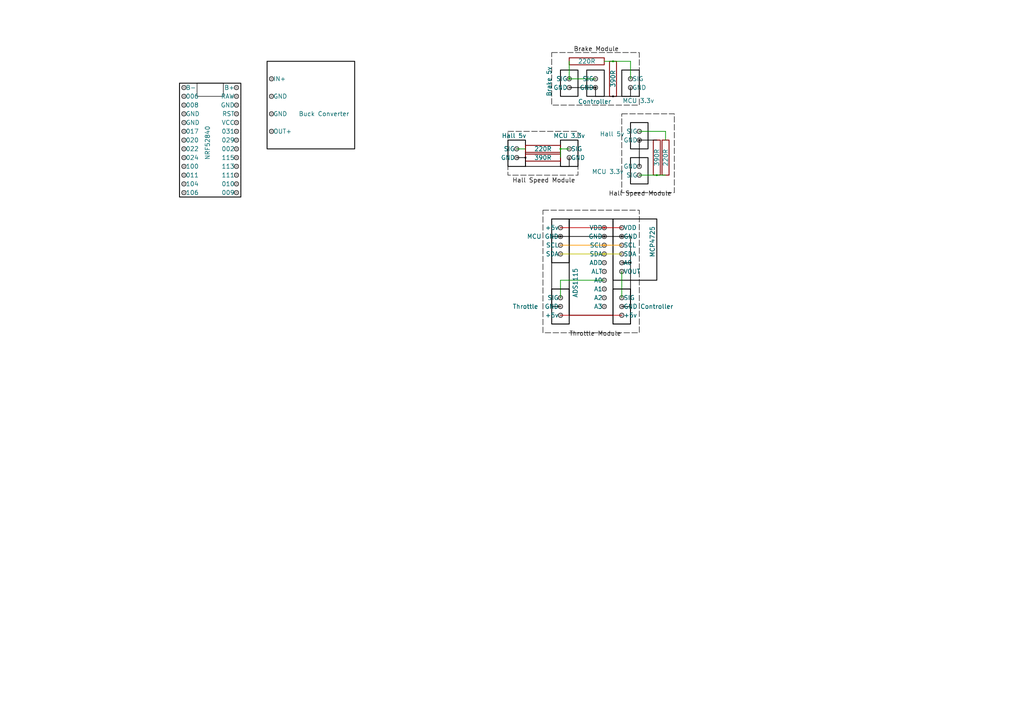
<source format=kicad_sch>
(kicad_sch (version 20231120) (generator "eeschema") (generator_version "8.0")
  (paper "A4")
  (title_block (title "modules"))
  (lib_symbols
    (symbol "Device:R" (pin_numbers hide) (pin_names (offset 0))
      (property "Reference" "R1" (at 2.54 1.2701 0))
      (property "Value" "R" (at 2.54 -1.2699 0))
      (symbol "R_0_1"
        (rectangle (start -1.016 5.08) (end 1.016 -5.08) (stroke (width 0.254)))
      )
      (symbol "R_1_1"
        (pin passive line (at 0 5.08 270) (length 0) (name "~") (number "1"))
        (pin passive line (at 0 -5.08 90) (length 0) (name "~") (number "2"))
      )
    )
    (symbol "MCP4725xxx-xCH_1" (pin_numbers hide)
      (property "Value" "ADS1115" (at -5.842 -5.842 90))
      (symbol "MCP4725xxx-xCH_1_0_1"
        (circle (center 2.54 -12.7) (radius 0.635) (stroke (width 0) (color 0 0 0 0.2)) (fill (type outline)))
        (circle (center 2.54 -10.16) (radius 0.635) (stroke (width 0) (color 0 0 0 0.2)) (fill (type outline)))
        (circle (center 2.54 -7.62) (radius 0.635) (stroke (width 0) (color 0 0 0 0.2)) (fill (type outline)))
        (circle (center 2.54 -5.08) (radius 0.635) (stroke (width 0) (color 0 0 0 0.2)) (fill (type outline)))
        (circle (center 2.54 -2.54) (radius 0.635) (stroke (width 0) (color 0 0 0 0.2)) (fill (type outline)))
        (circle (center 2.54 0) (radius 0.635) (stroke (width 0) (color 0 0 0 0.2)) (fill (type outline)))
        (circle (center 2.54 2.54) (radius 0.635) (stroke (width 0) (color 0 0 0 0.2)) (fill (type outline)))
        (circle (center 2.54 5.08) (radius 0.635) (stroke (width 0) (color 0 0 0 0.2)) (fill (type outline)))
        (circle (center 2.54 7.62) (radius 0.635) (stroke (width 0) (color 0 0 0 0.2)) (fill (type outline)))
        (circle (center 2.54 10.16) (radius 0.635) (stroke (width 0) (color 0 0 0 0.2)) (fill (type outline)))
      )
      (symbol "MCP4725xxx-xCH_1_1_1"
        (rectangle (start -7.62 12.7) (end 5.08 -15.24) (stroke (width 0.254) (color 0 0 0 0.2)))
        (pin input line (at 2.54 -5.08 180) (length 0) (name "A0") (number ""))
        (pin input line (at 2.54 -7.62 180) (length 0) (name "A1") (number ""))
        (pin input line (at 2.54 -10.16 180) (length 0) (name "A2") (number ""))
        (pin input line (at 2.54 -12.7 180) (length 0) (name "A3") (number ""))
        (pin input line (at 2.54 0 180) (length 0) (name "ADD") (number ""))
        (pin input line (at 2.54 -2.54 180) (length 0) (name "ALT") (number ""))
        (pin power_in line (at 2.54 7.62 180) (length 0) (name "GND") (number ""))
        (pin input line (at 2.54 5.08 180) (length 0) (name "SCL") (number ""))
        (pin bidirectional line (at 2.54 2.54 180) (length 0) (name "SDA") (number ""))
        (pin power_in line (at 2.54 10.16 180) (length 0) (name "VDD") (number ""))
      )
    )
    (symbol "MCP4725xxx-xCH_2" (pin_numbers hide)
      (property "Value" "MCP4725" (at 3.81 6.096 90))
      (symbol "MCP4725xxx-xCH_2_0_1"
        (circle (center -5.08 -2.54) (radius 0.635) (stroke (width 0) (color 0 0 0 0.2)) (fill (type outline)))
        (circle (center -5.08 0) (radius 0.635) (stroke (width 0) (color 0 0 0 0.2)) (fill (type outline)))
        (circle (center -5.08 2.54) (radius 0.635) (stroke (width 0) (color 0 0 0 0.2)) (fill (type outline)))
        (circle (center -5.08 5.08) (radius 0.635) (stroke (width 0) (color 0 0 0 0.2)) (fill (type outline)))
        (circle (center -5.08 7.62) (radius 0.635) (stroke (width 0) (color 0 0 0 0.2)) (fill (type outline)))
        (circle (center -5.08 10.16) (radius 0.635) (stroke (width 0) (color 0 0 0 0.2)) (fill (type outline)))
      )
      (symbol "MCP4725xxx-xCH_2_1_1"
        (rectangle (start -7.62 12.7) (end 5.08 -5.08) (stroke (width 0.254) (color 0 0 0 0.2)))
        (pin input line (at -5.08 0 0) (length 0) (name "A0") (number ""))
        (pin power_in line (at -5.08 7.62 0) (length 0) (name "GND") (number ""))
        (pin input line (at -5.08 5.08 0) (length 0) (name "SCL") (number ""))
        (pin bidirectional line (at -5.08 2.54 0) (length 0) (name "SDA") (number ""))
        (pin power_in line (at -5.08 10.16 0) (length 0) (name "VDD") (number ""))
        (pin output line (at -5.08 -2.54 0) (length 0) (name "VOUT") (number ""))
      )
    )
    (symbol "MCP4725xxx-xCH_3" (pin_numbers hide)
      (property "Value" "MCU" (at -7.62 7.62 0))
      (symbol "MCP4725xxx-xCH_3_0_1"
        (circle (center 0 2.54) (radius 0.635) (stroke (width 0) (color 0 0 0 0.2)) (fill (type outline)))
        (circle (center 0 5.08) (radius 0.635) (stroke (width 0) (color 0 0 0 0.2)) (fill (type outline)))
        (circle (center 0 7.62) (radius 0.635) (stroke (width 0) (color 0 0 0 0.2)) (fill (type outline)))
        (circle (center 0 10.16) (radius 0.635) (stroke (width 0) (color 0 0 0 0.2)) (fill (type outline)))
      )
      (symbol "MCP4725xxx-xCH_3_1_1"
        (rectangle (start -2.54 0) (end 2.54 12.7) (stroke (width 0.254) (color 0 0 0 0.2)))
        (pin power_in line (at 0 10.16 180) (length 0) (name "+5v") (number ""))
        (pin power_in line (at 0 7.62 180) (length 0) (name "GND") (number ""))
        (pin input line (at 0 5.08 180) (length 0) (name "SCL") (number ""))
        (pin bidirectional line (at 0 2.54 180) (length 0) (name "SDA") (number ""))
      )
    )
    (symbol "MCP4725xxx-xCH_4" (pin_numbers hide)
      (property "Value" "Controller" (at -10.16 5.08 0))
      (symbol "MCP4725xxx-xCH_4_0_1"
        (circle (center 0 2.54) (radius 0.635) (stroke (width 0) (color 0 0 0 0.2)) (fill (type outline)))
        (circle (center 0 5.08) (radius 0.635) (stroke (width 0) (color 0 0 0 0.2)) (fill (type outline)))
        (circle (center 0 7.62) (radius 0.635) (stroke (width 0) (color 0 0 0 0.2)) (fill (type outline)))
      )
      (symbol "MCP4725xxx-xCH_4_1_1"
        (rectangle (start -2.54 10.16) (end 2.54 0) (stroke (width 0.254) (color 0 0 0 0.2)))
        (pin power_in line (at 0 2.54 180) (length 0) (name "+5v") (number ""))
        (pin power_in line (at 0 5.08 180) (length 0) (name "GND") (number ""))
        (pin input line (at 0 7.62 180) (length 0) (name "SIG") (number ""))
      )
    )
    (symbol "MCP4725xxx-xCH_5" (pin_numbers hide)
      (property "Value" "Throttle" (at -10.16 5.08 0))
      (symbol "MCP4725xxx-xCH_5_0_1"
        (circle (center 0 2.54) (radius 0.635) (stroke (width 0) (color 0 0 0 0.2)) (fill (type outline)))
        (circle (center 0 5.08) (radius 0.635) (stroke (width 0) (color 0 0 0 0.2)) (fill (type outline)))
        (circle (center 0 7.62) (radius 0.635) (stroke (width 0) (color 0 0 0 0.2)) (fill (type outline)))
      )
      (symbol "MCP4725xxx-xCH_5_1_1"
        (rectangle (start -2.54 10.16) (end 2.54 0) (stroke (width 0.254) (color 0 0 0 0.2)))
        (pin power_in line (at 0 2.54 180) (length 0) (name "+5v") (number ""))
        (pin power_in line (at 0 5.08 180) (length 0) (name "GND") (number ""))
        (pin input line (at 0 7.62 180) (length 0) (name "SIG") (number ""))
      )
    )
    (symbol "MCP4725xxx-xCH_6" (pin_numbers hide)
      (property "Value" "Hall" (at -10.16 5.08 0))
      (symbol "MCP4725xxx-xCH_6_0_1"
        (circle (center 0 5.08) (radius 0.635) (stroke (width 0) (color 0 0 0 0.2)) (fill (type outline)))
        (circle (center 0 7.62) (radius 0.635) (stroke (width 0) (color 0 0 0 0.2)) (fill (type outline)))
      )
      (symbol "MCP4725xxx-xCH_6_1_1"
        (rectangle (start -2.54 10.16) (end 2.54 2.54) (stroke (width 0.254) (color 0 0 0 0.2)))
        (pin power_in line (at 0 5.08 180) (length 0) (name "GND") (number ""))
        (pin input line (at 0 7.62 180) (length 0) (name "SIG") (number ""))
      )
    )
    (symbol "MCP4725xxx-xCH_7" (pin_numbers hide)
      (property "Value" "NRF52840" (at -5.842 -5.842 90))
      (symbol "MCP4725xxx-xCH_7_0_1"
        (circle (center -12.7 -20.32) (radius 0.635) (stroke (width 0) (color 0 0 0 0.2)) (fill (type outline)))
        (circle (center -12.7 -17.78) (radius 0.635) (stroke (width 0) (color 0 0 0 0.2)) (fill (type outline)))
        (circle (center -12.7 -15.24) (radius 0.635) (stroke (width 0) (color 0 0 0 0.2)) (fill (type outline)))
        (circle (center -12.7 -12.7) (radius 0.635) (stroke (width 0) (color 0 0 0 0.2)) (fill (type outline)))
        (circle (center -12.7 -10.16) (radius 0.635) (stroke (width 0) (color 0 0 0 0.2)) (fill (type outline)))
        (circle (center -12.7 -7.62) (radius 0.635) (stroke (width 0) (color 0 0 0 0.2)) (fill (type outline)))
        (circle (center -12.7 -5.08) (radius 0.635) (stroke (width 0) (color 0 0 0 0.2)) (fill (type outline)))
        (circle (center -12.7 -2.54) (radius 0.635) (stroke (width 0) (color 0 0 0 0.2)) (fill (type outline)))
        (circle (center -12.7 0) (radius 0.635) (stroke (width 0) (color 0 0 0 0.2)) (fill (type outline)))
        (circle (center -12.7 2.54) (radius 0.635) (stroke (width 0) (color 0 0 0 0.2)) (fill (type outline)))
        (circle (center -12.7 5.08) (radius 0.635) (stroke (width 0) (color 0 0 0 0.2)) (fill (type outline)))
        (circle (center -12.7 7.62) (radius 0.635) (stroke (width 0) (color 0 0 0 0.2)) (fill (type outline)))
        (circle (center -12.7 10.16) (radius 0.635) (stroke (width 0) (color 0 0 0 0.2)) (fill (type outline)))
        (rectangle (start -8.89 11.43) (end -1.27 7.62) (stroke (width 0) (color 0 0 0 0.2)))
        (circle (center 2.54 -20.32) (radius 0.635) (stroke (width 0) (color 0 0 0 0.2)) (fill (type outline)))
        (circle (center 2.54 -17.78) (radius 0.635) (stroke (width 0) (color 0 0 0 0.2)) (fill (type outline)))
        (circle (center 2.54 -15.24) (radius 0.635) (stroke (width 0) (color 0 0 0 0.2)) (fill (type outline)))
        (circle (center 2.54 -12.7) (radius 0.635) (stroke (width 0) (color 0 0 0 0.2)) (fill (type outline)))
        (circle (center 2.54 -10.16) (radius 0.635) (stroke (width 0) (color 0 0 0 0.2)) (fill (type outline)))
        (circle (center 2.54 -7.62) (radius 0.635) (stroke (width 0) (color 0 0 0 0.2)) (fill (type outline)))
        (circle (center 2.54 -5.08) (radius 0.635) (stroke (width 0) (color 0 0 0 0.2)) (fill (type outline)))
        (circle (center 2.54 -2.54) (radius 0.635) (stroke (width 0) (color 0 0 0 0.2)) (fill (type outline)))
        (circle (center 2.54 0) (radius 0.635) (stroke (width 0) (color 0 0 0 0.2)) (fill (type outline)))
        (circle (center 2.54 2.54) (radius 0.635) (stroke (width 0) (color 0 0 0 0.2)) (fill (type outline)))
        (circle (center 2.54 5.08) (radius 0.635) (stroke (width 0) (color 0 0 0 0.2)) (fill (type outline)))
        (circle (center 2.54 7.62) (radius 0.635) (stroke (width 0) (color 0 0 0 0.2)) (fill (type outline)))
        (circle (center 2.54 10.16) (radius 0.635) (stroke (width 0) (color 0 0 0 0.2)) (fill (type outline)))
      )
      (symbol "MCP4725xxx-xCH_7_1_1"
        (rectangle (start -13.97 11.43) (end 3.81 -21.59) (stroke (width 0.254) (color 0 0 0 0.2)))
        (pin passive line (at 2.54 -7.62 180) (length 0) (name "002") (number ""))
        (pin passive line (at -12.7 7.62 0) (length 0) (name "006") (number ""))
        (pin passive line (at -12.7 5.08 0) (length 0) (name "008") (number ""))
        (pin passive line (at 2.54 -20.32 180) (length 0) (name "009") (number ""))
        (pin passive line (at 2.54 -17.78 180) (length 0) (name "010") (number ""))
        (pin passive line (at -12.7 -15.24 0) (length 0) (name "011") (number ""))
        (pin passive line (at -12.7 -2.54 0) (length 0) (name "017") (number ""))
        (pin passive line (at -12.7 -5.08 0) (length 0) (name "020") (number ""))
        (pin passive line (at -12.7 -7.62 0) (length 0) (name "022") (number ""))
        (pin passive line (at -12.7 -10.16 0) (length 0) (name "024") (number ""))
        (pin passive line (at 2.54 -5.08 180) (length 0) (name "029") (number ""))
        (pin passive line (at 2.54 -2.54 180) (length 0) (name "031") (number ""))
        (pin passive line (at -12.7 -12.7 0) (length 0) (name "100") (number ""))
        (pin passive line (at -12.7 -17.78 0) (length 0) (name "104") (number ""))
        (pin passive line (at -12.7 -20.32 0) (length 0) (name "106") (number ""))
        (pin passive line (at 2.54 -15.24 180) (length 0) (name "111") (number ""))
        (pin passive line (at 2.54 -12.7 180) (length 0) (name "113") (number ""))
        (pin passive line (at 2.54 -10.16 180) (length 0) (name "115") (number ""))
        (pin power_in line (at 2.54 10.16 180) (length 0) (name "B+") (number ""))
        (pin power_in line (at -12.7 10.16 0) (length 0) (name "B-") (number ""))
        (pin power_in line (at -12.7 0 0) (length 0) (name "GND") (number ""))
        (pin power_in line (at -12.7 2.54 0) (length 0) (name "GND") (number ""))
        (pin power_in line (at 2.54 5.08 180) (length 0) (name "GND") (number ""))
        (pin power_in line (at 2.54 7.62 180) (length 0) (name "RAW") (number ""))
        (pin passive line (at 2.54 2.54 180) (length 0) (name "RST") (number ""))
        (pin power_in line (at 2.54 0 180) (length 0) (name "VCC") (number ""))
      )
    )
    (symbol "MCP4725xxx-xCH_8" (pin_numbers hide)
      (property "Value" "Buck Converter" (at 2.54 0 0))
      (symbol "MCP4725xxx-xCH_8_0_1"
        (circle (center -12.7 -5.08) (radius 0.635) (stroke (width 0) (color 0 0 0 0.2)) (fill (type outline)))
        (circle (center -12.7 0) (radius 0.635) (stroke (width 0) (color 0 0 0 0.2)) (fill (type outline)))
        (circle (center -12.7 5.08) (radius 0.635) (stroke (width 0) (color 0 0 0 0.2)) (fill (type outline)))
        (circle (center -12.7 10.16) (radius 0.635) (stroke (width 0) (color 0 0 0 0.2)) (fill (type outline)))
      )
      (symbol "MCP4725xxx-xCH_8_1_1"
        (rectangle (start -13.97 15.24) (end 11.43 -10.16) (stroke (width 0.254) (color 0 0 0 0.2)))
        (pin power_out line (at -12.7 0 0) (length 0) (name "GND") (number ""))
        (pin power_in line (at -12.7 5.08 0) (length 0) (name "GND") (number ""))
        (pin power_in line (at -12.7 10.16 0) (length 0) (name "IN+") (number ""))
        (pin power_out line (at -12.7 -5.08 0) (length 0) (name "OUT+") (number ""))
      )
    )
  )
  (junction (at 182.88 76.2) (diameter 0.4) (color 0 0 0 1))
  (junction (at 175.26 73.66) (diameter 0.4) (color 194 194 0 1))
  (junction (at 175.26 68.58) (diameter 0.4) (color 0 0 0 1))
  (junction (at 162.56 43.18) (diameter 0.4))
  (junction (at 165.1 22.86) (diameter 0.4))
  (junction (at 185.42 40.64) (diameter 0.4) (color 0 0 0 1))
  (junction (at 175.26 66.04) (diameter 0.4) (color 194 0 0 1))
  (junction (at 190.5 50.8) (diameter 0.4))
  (junction (at 175.26 71.12) (diameter 0.4) (color 255 153 0 1))
  (junction (at 152.4 45.72) (diameter 0.4) (color 0 0 0 1))
  (junction (at 162.56 68.58) (diameter 0.4) (color 0 0 0 1))
  (junction (at 177.8 27.94) (diameter 0.4) (color 0 0 0 1))
  (junction (at 177.8 17.78) (diameter 0.4))
  (junction (at 180.34 68.58) (diameter 0.4) (color 0 0 0 1))
  (junction (at 172.72 25.4) (diameter 0.4) (color 0 0 0 1))
  (wire (pts (xy 149.86 45.72) (xy 152.4 45.72)) (stroke (width 0.2) (color 0 0 0 1)))
  (wire (pts (xy 182.88 68.58) (xy 182.88 76.2)) (stroke (width 0.2) (color 0 0 0 1)))
  (wire (pts (xy 162.56 81.28) (xy 175.26 81.28)) (stroke (width 0.2)))
  (wire (pts (xy 175.26 66.04) (xy 180.34 66.04)) (stroke (width 0.2) (color 194 0 0 1)))
  (wire (pts (xy 162.56 45.72) (xy 162.56 43.18)) (stroke (width 0.2)))
  (wire (pts (xy 182.88 17.78) (xy 182.88 22.86)) (stroke (width 0.2)))
  (wire (pts (xy 190.5 50.8) (xy 193.04 50.8)) (stroke (width 0.2)))
  (wire (pts (xy 149.86 43.18) (xy 152.4 43.18)) (stroke (width 0.2)))
  (wire (pts (xy 185.42 50.8) (xy 190.5 50.8)) (stroke (width 0.2)))
  (wire (pts (xy 175.26 73.66) (xy 180.34 73.66)) (stroke (width 0.2) (color 194 194 0 1)))
  (wire (pts (xy 162.56 73.66) (xy 175.26 73.66)) (stroke (width 0.2) (color 194 194 0 1)))
  (wire (pts (xy 165.1 22.86) (xy 172.72 22.86)) (stroke (width 0.2)))
  (wire (pts (xy 182.88 25.4) (xy 182.88 27.94)) (stroke (width 0.2) (color 0 0 0 1)))
  (wire (pts (xy 175.26 68.58) (xy 180.34 68.58)) (stroke (width 0.2) (color 0 0 0 1)))
  (wire (pts (xy 177.8 27.94) (xy 182.88 27.94)) (stroke (width 0.2) (color 0 0 0 1)))
  (wire (pts (xy 165.1 25.4) (xy 172.72 25.4)) (stroke (width 0.2) (color 0 0 0 1)))
  (wire (pts (xy 172.72 27.94) (xy 177.8 27.94)) (stroke (width 0.2) (color 0 0 0 1)))
  (wire (pts (xy 162.56 66.04) (xy 175.26 66.04)) (stroke (width 0.2) (color 194 0 0 1)))
  (wire (pts (xy 152.4 48.26) (xy 152.4 45.72)) (stroke (width 0.2) (color 0 0 0 1)))
  (wire (pts (xy 182.88 88.9) (xy 182.88 76.2)) (stroke (width 0.2) (color 0 0 0 1)))
  (wire (pts (xy 185.42 40.64) (xy 185.42 48.26)) (stroke (width 0.2) (color 0 0 0 1)))
  (wire (pts (xy 162.56 91.44) (xy 180.34 91.44)) (stroke (width 0.2) (color 194 0 0 1)))
  (wire (pts (xy 193.04 38.1) (xy 193.04 40.64)) (stroke (width 0.2)))
  (wire (pts (xy 177.8 17.78) (xy 182.88 17.78)) (stroke (width 0.2)))
  (wire (pts (xy 162.56 43.18) (xy 165.1 43.18)) (stroke (width 0.2)))
  (wire (pts (xy 180.34 78.74) (xy 180.34 86.36)) (stroke (width 0.2)))
  (wire (pts (xy 182.88 76.2) (xy 180.34 76.2)) (stroke (width 0.2) (color 0 0 0 1)))
  (wire (pts (xy 162.56 68.58) (xy 175.26 68.58)) (stroke (width 0.2) (color 0 0 0 1)))
  (wire (pts (xy 175.26 17.78) (xy 177.8 17.78)) (stroke (width 0.2)))
  (wire (pts (xy 162.56 71.12) (xy 175.26 71.12)) (stroke (width 0.2) (color 255 153 0 1)))
  (wire (pts (xy 180.34 68.58) (xy 182.88 68.58)) (stroke (width 0.2) (color 0 0 0 1)))
  (wire (pts (xy 160.02 88.9) (xy 162.56 88.9)) (stroke (width 0.2) (color 0 0 0 1)))
  (wire (pts (xy 185.42 40.64) (xy 190.5 40.64)) (stroke (width 0.2) (color 0 0 0 1)))
  (wire (pts (xy 172.72 25.4) (xy 172.72 27.94)) (stroke (width 0.2) (color 0 0 0 1)))
  (wire (pts (xy 175.26 71.12) (xy 180.34 71.12)) (stroke (width 0.2) (color 255 153 0 1)))
  (wire (pts (xy 193.04 38.1) (xy 185.42 38.1)) (stroke (width 0.2)))
  (wire (pts (xy 160.02 68.58) (xy 162.56 68.58)) (stroke (width 0.2) (color 0 0 0 1)))
  (wire (pts (xy 160.02 68.58) (xy 160.02 88.9)) (stroke (width 0.2) (color 0 0 0 1)))
  (wire (pts (xy 165.1 17.78) (xy 165.1 22.86)) (stroke (width 0.2)))
  (wire (pts (xy 165.1 48.26) (xy 165.1 45.72)) (stroke (width 0.2) (color 0 0 0 1)))
  (wire (pts (xy 162.56 86.36) (xy 162.56 81.28)) (stroke (width 0.2)))
  (wire (pts (xy 152.4 48.26) (xy 165.1 48.26)) (stroke (width 0.2) (color 0 0 0 1)))
  (wire (pts (xy 182.88 88.9) (xy 180.34 88.9)) (stroke (width 0.2) (color 0 0 0 1)))
  (rectangle (start 160.02 15.24) (end 185.42 30.48) (stroke (width 0) (type dash) (color 0 0 0 0.2)))
  (rectangle (start 157.48 60.96) (end 185.42 96.52) (stroke (width 0) (type dash) (color 0 0 0 0.2)))
  (rectangle (start 160.02 83.82) (end 165.1 93.98) (stroke (width 0) (color 0 0 0 0.2)))
  (rectangle (start 160.02 63.5) (end 165.1 76.2) (stroke (width 0) (color 0 0 0 0.2)))
  (rectangle (start 177.8 83.82) (end 182.88 93.98) (stroke (width 0) (color 0 0 0 0.2)))
  (rectangle (start 180.34 33.02) (end 195.58 55.88) (stroke (width 0) (type dash) (color 0 0 0 0.2)))
  (rectangle (start 147.32 38.1) (end 167.64 50.8) (stroke (width 0) (type dash) (color 0 0 0 0.2)))
  (label "Throttle Module" (at 165.1 97.79 0))
  (label "Brake Module" (at 166.37 15.24 0))
  (label "Hall Speed Module" (at 176.53 57.15 0))
  (label "Hall Speed Module" (at 148.59 53.34 0))
  (symbol (lib_id "Device:R") (at 170.18 17.78 270) (unit 1)
    (property "Reference" "R3" (effects (hide yes)))
    (property "Value" "220R" (at 170.18 17.78 90))
    (property "Description" "Resistor" (effects (hide yes)))
  )
  (symbol (lib_id "Device:R") (at 157.48 43.18 270) (mirror x) (unit 1)
    (property "Reference" "R6" (effects (hide yes)))
    (property "Value" "220R" (at 157.48 43.18 90))
    (property "Description" "Resistor" (effects (hide yes)))
  )
  (symbol (lib_name "MCP4725xxx-xCH_3") (lib_id "Analog_DAC:MCP4725xxx-xCH") (at 162.56 76.2 0) (unit 1)
    (property "Reference" "U1" (effects (hide yes)))
    (property "Value" "MCU" (at 154.94 68.58 0))
  )
  (symbol (lib_name "MCP4725xxx-xCH_5") (lib_id "Analog_DAC:MCP4725xxx-xCH") (at 162.56 93.98 0) (unit 1)
    (property "Reference" "U3" (effects (hide yes)))
    (property "Value" "Throttle" (at 152.4 88.9 0))
  )
  (symbol (lib_name "MCP4725xxx-xCH_8") (lib_id "Analog_DAC:MCP4725xxx-xCH") (at 91.44 33.02 0) (unit 1)
    (property "Reference" "U13" (effects (hide yes)))
    (property "Value" "Buck Converter" (at 93.98 33.02 0))
  )
  (symbol (lib_id "Device:R") (at 177.8 22.86 0) (unit 1)
    (property "Reference" "R4" (effects (hide yes)))
    (property "Value" "390R" (at 177.8 25.4 90) (effects (justify left)))
    (property "Description" "Resistor" (effects (hide yes)))
  )
  (symbol (lib_name "MCP4725xxx-xCH_6") (lib_id "Analog_DAC:MCP4725xxx-xCH") (at 165.1 30.48 0) (unit 1)
    (property "Reference" "U9" (effects (hide yes)))
    (property "Value" "Brake 5v" (at 159.258 23.622 90))
  )
  (symbol (lib_name "MCP4725xxx-xCH_1") (lib_id "Analog_DAC:MCP4725xxx-xCH") (at 172.72 76.2 0) (unit 1)
    (property "Reference" "U2" (effects (hide yes)))
    (property "Value" "ADS1115" (at 166.878 82.042 90))
  )
  (symbol (lib_id "Device:R") (at 157.48 45.72 90) (unit 1)
    (property "Reference" "R5" (effects (hide yes)))
    (property "Value" "390R" (at 160.02 45.72 90) (effects (justify left)))
    (property "Description" "Resistor" (effects (hide yes)))
  )
  (symbol (lib_name "MCP4725xxx-xCH_4") (lib_id "Analog_DAC:MCP4725xxx-xCH") (at 180.34 93.98 0) (mirror y) (unit 1)
    (property "Reference" "U4" (effects (hide yes)))
    (property "Value" "Controller" (at 190.5 88.9 0))
  )
  (symbol (lib_id "Device:R") (at 193.04 45.72 0) (mirror x) (unit 1)
    (property "Reference" "R1" (effects (hide yes)))
    (property "Value" "220R" (at 193.04 45.72 90))
    (property "Description" "Resistor" (effects (hide yes)))
  )
  (symbol (lib_name "MCP4725xxx-xCH_6") (lib_id "Analog_DAC:MCP4725xxx-xCH") (at 172.72 30.48 0) (unit 1)
    (property "Reference" "U8" (effects (hide yes)))
    (property "Value" "Controller" (at 172.466 29.464 0))
  )
  (symbol (lib_id "Device:R") (at 190.5 45.72 0) (unit 1)
    (property "Reference" "R2" (effects (hide yes)))
    (property "Value" "390R" (at 190.5 48.26 90) (effects (justify left)))
    (property "Description" "Resistor" (effects (hide yes)))
  )
  (symbol (lib_name "MCP4725xxx-xCH_6") (lib_id "Analog_DAC:MCP4725xxx-xCH") (at 165.1 50.8 0) (mirror y) (unit 1)
    (property "Reference" "U10" (effects (hide yes)))
    (property "Value" "MCU 3.3v" (at 165.1 39.37 0))
  )
  (symbol (lib_name "MCP4725xxx-xCH_6") (lib_id "Analog_DAC:MCP4725xxx-xCH") (at 182.88 30.48 0) (mirror y) (unit 1)
    (property "Reference" "U7" (effects (hide yes)))
    (property "Value" "MCU 3.3v" (at 185.166 29.21 0))
  )
  (symbol (lib_name "MCP4725xxx-xCH_6") (lib_id "Analog_DAC:MCP4725xxx-xCH") (at 185.42 45.72 0) (unit 1)
    (property "Reference" "U5" (effects (hide yes)))
    (property "Value" "Hall 5v" (at 177.546 38.862 0))
  )
  (symbol (lib_name "MCP4725xxx-xCH_2") (lib_id "Analog_DAC:MCP4725xxx-xCH") (at 185.42 76.2 0) (unit 1)
    (property "Reference" "U?" (effects (hide yes)))
    (property "Value" "MCP4725" (at 189.23 70.104 90))
  )
  (symbol (lib_name "MCP4725xxx-xCH_6") (lib_id "Analog_DAC:MCP4725xxx-xCH") (at 185.42 43.18 0) (mirror x) (unit 1)
    (property "Reference" "U6" (effects (hide yes)))
    (property "Value" "MCU 3.3v" (at 176.276 49.784 0))
  )
  (symbol (lib_name "MCP4725xxx-xCH_7") (lib_id "Analog_DAC:MCP4725xxx-xCH") (at 66.04 35.56 0) (unit 1)
    (property "Reference" "U12" (effects (hide yes)))
    (property "Value" "NRF52840" (at 60.198 41.402 90))
  )
  (symbol (lib_name "MCP4725xxx-xCH_6") (lib_id "Analog_DAC:MCP4725xxx-xCH") (at 149.86 50.8 0) (unit 1)
    (property "Reference" "U11" (effects (hide yes)))
    (property "Value" "Hall 5v" (at 149.098 39.37 0))
  )
)
</source>
